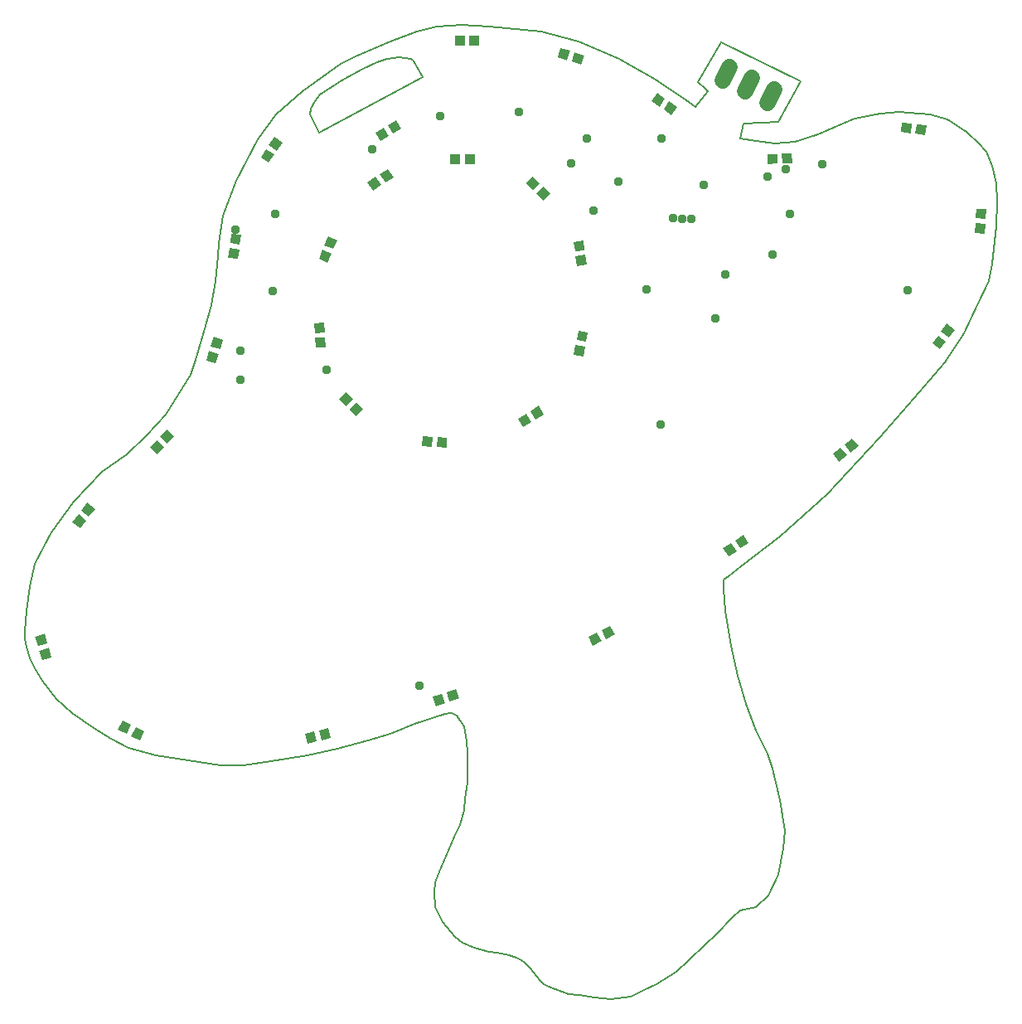
<source format=gts>
G75*
%MOIN*%
%OFA0B0*%
%FSLAX25Y25*%
%IPPOS*%
%LPD*%
%AMOC8*
5,1,8,0,0,1.08239X$1,22.5*
%
%ADD10C,0.00600*%
%ADD11R,0.03950X0.03950*%
%ADD12R,0.03950X0.03950*%
%ADD13C,0.06800*%
%ADD14C,0.03778*%
D10*
X0083800Y0142400D02*
X0109800Y0138400D01*
X0119300Y0138400D01*
X0130300Y0139900D01*
X0144800Y0142400D01*
X0156800Y0144900D01*
X0169300Y0148400D01*
X0178300Y0150900D01*
X0187800Y0154900D01*
X0200300Y0158900D01*
X0202300Y0159400D01*
X0202800Y0159400D01*
X0204800Y0158400D01*
X0206300Y0156400D01*
X0207800Y0153900D01*
X0208800Y0147900D01*
X0209300Y0143400D01*
X0209300Y0131400D01*
X0208300Y0124900D01*
X0207800Y0120400D01*
X0206300Y0114400D01*
X0204300Y0110400D01*
X0198300Y0096400D01*
X0196300Y0091400D01*
X0195800Y0087400D01*
X0196300Y0081400D01*
X0199300Y0075400D01*
X0204300Y0069400D01*
X0207300Y0066900D01*
X0211800Y0064900D01*
X0217800Y0063400D01*
X0221300Y0062900D01*
X0225800Y0061900D01*
X0228800Y0060900D01*
X0230800Y0059900D01*
X0232300Y0058900D01*
X0234300Y0056900D01*
X0235800Y0054900D01*
X0238300Y0051900D01*
X0239800Y0050400D01*
X0241800Y0049400D01*
X0249800Y0046400D01*
X0254300Y0045900D01*
X0260300Y0044900D01*
X0266800Y0044400D01*
X0274800Y0045400D01*
X0280300Y0047900D01*
X0285300Y0050400D01*
X0287800Y0051900D01*
X0293300Y0055400D01*
X0298300Y0059900D01*
X0304800Y0066400D01*
X0309300Y0070400D01*
X0315800Y0077400D01*
X0318800Y0079900D01*
X0325300Y0081400D01*
X0330300Y0085900D01*
X0334300Y0094400D01*
X0336300Y0104900D01*
X0336800Y0111900D01*
X0334800Y0124400D01*
X0333300Y0131400D01*
X0331800Y0136900D01*
X0329800Y0142900D01*
X0325300Y0152400D01*
X0321300Y0162900D01*
X0317800Y0174400D01*
X0315300Y0186400D01*
X0312800Y0200400D01*
X0312300Y0209400D01*
X0312300Y0212900D01*
X0314300Y0214400D01*
X0319300Y0218400D01*
X0334800Y0230400D01*
X0353800Y0247400D01*
X0374800Y0269900D01*
X0390800Y0288400D01*
X0401300Y0300400D01*
X0408800Y0311900D01*
X0414300Y0323400D01*
X0418800Y0332900D01*
X0420300Y0339900D01*
X0421800Y0354900D01*
X0422300Y0364900D01*
X0421800Y0372400D01*
X0420300Y0379400D01*
X0417800Y0384900D01*
X0414800Y0388400D01*
X0409800Y0392900D01*
X0402300Y0397900D01*
X0395300Y0399900D01*
X0382800Y0400900D01*
X0375300Y0400400D01*
X0364800Y0398400D01*
X0360300Y0396400D01*
X0350300Y0391900D01*
X0340800Y0388900D01*
X0332800Y0388400D01*
X0325300Y0389400D01*
X0318800Y0390400D01*
X0320300Y0396400D01*
X0334300Y0396900D01*
X0343300Y0413400D01*
X0311300Y0428900D01*
X0301800Y0412900D01*
X0304800Y0410400D01*
X0305800Y0409400D01*
X0300800Y0402900D01*
X0298300Y0404900D01*
X0284800Y0413900D01*
X0270300Y0422400D01*
X0253800Y0429400D01*
X0238800Y0433400D01*
X0217800Y0435400D01*
X0206800Y0435900D01*
X0196800Y0435400D01*
X0188800Y0433400D01*
X0178300Y0429400D01*
X0164300Y0423400D01*
X0158300Y0420400D01*
X0142800Y0409400D01*
X0132300Y0399900D01*
X0124800Y0389900D01*
X0116300Y0373400D01*
X0110800Y0359400D01*
X0109300Y0348400D01*
X0108800Y0342900D01*
X0107800Y0332900D01*
X0106300Y0323400D01*
X0103800Y0314900D01*
X0099800Y0301400D01*
X0097800Y0295400D01*
X0087800Y0279400D01*
X0080300Y0270900D01*
X0072300Y0263400D01*
X0062300Y0256400D01*
X0050800Y0244400D01*
X0041800Y0231900D01*
X0035300Y0219400D01*
X0033300Y0210400D01*
X0031800Y0200400D01*
X0031300Y0192400D01*
X0031300Y0188900D01*
X0031800Y0185900D01*
X0033300Y0181400D01*
X0035300Y0177400D01*
X0038300Y0172400D01*
X0043800Y0164900D01*
X0050300Y0159400D01*
X0058800Y0153400D01*
X0065800Y0148900D01*
X0072800Y0145400D01*
X0083800Y0142400D01*
X0149700Y0392600D02*
X0145800Y0399900D01*
X0146300Y0402400D01*
X0147800Y0405400D01*
X0149800Y0407900D01*
X0159300Y0413900D01*
X0167300Y0418400D01*
X0172800Y0420900D01*
X0176800Y0422400D01*
X0181800Y0422900D01*
X0186300Y0422400D01*
X0187300Y0421900D01*
X0191200Y0415100D01*
X0149700Y0392600D01*
D11*
X0204140Y0381804D03*
X0210046Y0381804D03*
X0211999Y0429524D03*
X0206094Y0429524D03*
D12*
G36*
X0179298Y0392277D02*
X0177276Y0395669D01*
X0180668Y0397691D01*
X0182690Y0394299D01*
X0179298Y0392277D01*
G37*
G36*
X0174225Y0389253D02*
X0172203Y0392645D01*
X0175595Y0394667D01*
X0177617Y0391275D01*
X0174225Y0389253D01*
G37*
G36*
X0176108Y0372587D02*
X0173945Y0375892D01*
X0177250Y0378055D01*
X0179413Y0374750D01*
X0176108Y0372587D01*
G37*
G36*
X0171166Y0369353D02*
X0169003Y0372658D01*
X0172308Y0374821D01*
X0174471Y0371516D01*
X0171166Y0369353D01*
G37*
G36*
X0155337Y0345815D02*
X0151700Y0347352D01*
X0153237Y0350989D01*
X0156874Y0349452D01*
X0155337Y0345815D01*
G37*
G36*
X0153039Y0340375D02*
X0149402Y0341912D01*
X0150939Y0345549D01*
X0154576Y0344012D01*
X0153039Y0340375D01*
G37*
G36*
X0151831Y0312305D02*
X0147888Y0312084D01*
X0147667Y0316027D01*
X0151610Y0316248D01*
X0151831Y0312305D01*
G37*
G36*
X0152161Y0306409D02*
X0148218Y0306188D01*
X0147997Y0310131D01*
X0151940Y0310352D01*
X0152161Y0306409D01*
G37*
G36*
X0157557Y0285524D02*
X0160315Y0288350D01*
X0163141Y0285592D01*
X0160383Y0282766D01*
X0157557Y0285524D01*
G37*
G36*
X0161783Y0281400D02*
X0164541Y0284226D01*
X0167367Y0281468D01*
X0164609Y0278642D01*
X0161783Y0281400D01*
G37*
G36*
X0190944Y0266608D02*
X0191171Y0270551D01*
X0195114Y0270324D01*
X0194887Y0266381D01*
X0190944Y0266608D01*
G37*
G36*
X0196840Y0266268D02*
X0197067Y0270211D01*
X0201010Y0269984D01*
X0200783Y0266041D01*
X0196840Y0266268D01*
G37*
G36*
X0231555Y0274369D02*
X0229538Y0277764D01*
X0232933Y0279781D01*
X0234950Y0276386D01*
X0231555Y0274369D01*
G37*
G36*
X0236633Y0277384D02*
X0234616Y0280779D01*
X0238011Y0282796D01*
X0240028Y0279401D01*
X0236633Y0277384D01*
G37*
G36*
X0255827Y0302709D02*
X0251947Y0303443D01*
X0252681Y0307323D01*
X0256561Y0306589D01*
X0255827Y0302709D01*
G37*
G36*
X0256924Y0308512D02*
X0253044Y0309246D01*
X0253778Y0313126D01*
X0257658Y0312392D01*
X0256924Y0308512D01*
G37*
G36*
X0252701Y0342939D02*
X0256613Y0343475D01*
X0257149Y0339563D01*
X0253237Y0339027D01*
X0252701Y0342939D01*
G37*
G36*
X0251900Y0348790D02*
X0255812Y0349326D01*
X0256348Y0345414D01*
X0252436Y0344878D01*
X0251900Y0348790D01*
G37*
G36*
X0236833Y0368133D02*
X0239612Y0370940D01*
X0242419Y0368161D01*
X0239640Y0365354D01*
X0236833Y0368133D01*
G37*
G36*
X0232636Y0372287D02*
X0235415Y0375094D01*
X0238222Y0372315D01*
X0235443Y0369508D01*
X0232636Y0372287D01*
G37*
G36*
X0250425Y0425526D02*
X0249257Y0421754D01*
X0245485Y0422922D01*
X0246653Y0426694D01*
X0250425Y0425526D01*
G37*
G36*
X0256066Y0423780D02*
X0254898Y0420008D01*
X0251126Y0421176D01*
X0252294Y0424948D01*
X0256066Y0423780D01*
G37*
G36*
X0288693Y0406366D02*
X0286455Y0403112D01*
X0283201Y0405350D01*
X0285439Y0408604D01*
X0288693Y0406366D01*
G37*
G36*
X0293560Y0403021D02*
X0291322Y0399767D01*
X0288068Y0402005D01*
X0290306Y0405259D01*
X0293560Y0403021D01*
G37*
G36*
X0333728Y0384087D02*
X0333921Y0380142D01*
X0329976Y0379949D01*
X0329783Y0383894D01*
X0333728Y0384087D01*
G37*
G36*
X0339626Y0384375D02*
X0339819Y0380430D01*
X0335874Y0380237D01*
X0335681Y0384182D01*
X0339626Y0384375D01*
G37*
G36*
X0387848Y0396303D02*
X0387388Y0392381D01*
X0383466Y0392841D01*
X0383926Y0396763D01*
X0387848Y0396303D01*
G37*
G36*
X0393713Y0395614D02*
X0393253Y0391692D01*
X0389331Y0392152D01*
X0389791Y0396074D01*
X0393713Y0395614D01*
G37*
G36*
X0417524Y0357921D02*
X0413584Y0358183D01*
X0413846Y0362123D01*
X0417786Y0361861D01*
X0417524Y0357921D01*
G37*
G36*
X0417133Y0352028D02*
X0413193Y0352290D01*
X0413455Y0356230D01*
X0417395Y0355968D01*
X0417133Y0352028D01*
G37*
G36*
X0402796Y0310277D02*
X0399625Y0312632D01*
X0401980Y0315803D01*
X0405151Y0313448D01*
X0402796Y0310277D01*
G37*
G36*
X0399275Y0305536D02*
X0396104Y0307891D01*
X0398459Y0311062D01*
X0401630Y0308707D01*
X0399275Y0305536D01*
G37*
G36*
X0363319Y0264094D02*
X0360860Y0267185D01*
X0363951Y0269644D01*
X0366410Y0266553D01*
X0363319Y0264094D01*
G37*
G36*
X0358698Y0260418D02*
X0356239Y0263509D01*
X0359330Y0265968D01*
X0361789Y0262877D01*
X0358698Y0260418D01*
G37*
G36*
X0319017Y0225465D02*
X0316842Y0228762D01*
X0320139Y0230937D01*
X0322314Y0227640D01*
X0319017Y0225465D01*
G37*
G36*
X0314086Y0222214D02*
X0311911Y0225511D01*
X0315208Y0227686D01*
X0317383Y0224389D01*
X0314086Y0222214D01*
G37*
G36*
X0264872Y0189100D02*
X0263103Y0192631D01*
X0266634Y0194400D01*
X0268403Y0190869D01*
X0264872Y0189100D01*
G37*
G36*
X0259591Y0186455D02*
X0257822Y0189986D01*
X0261353Y0191755D01*
X0263122Y0188224D01*
X0259591Y0186455D01*
G37*
G36*
X0204493Y0168992D02*
X0205773Y0165256D01*
X0202037Y0163976D01*
X0200757Y0167712D01*
X0204493Y0168992D01*
G37*
G36*
X0198906Y0167079D02*
X0200186Y0163343D01*
X0196450Y0162063D01*
X0195170Y0165799D01*
X0198906Y0167079D01*
G37*
G36*
X0153315Y0153255D02*
X0154291Y0149429D01*
X0150465Y0148453D01*
X0149489Y0152279D01*
X0153315Y0153255D01*
G37*
G36*
X0147592Y0151796D02*
X0148568Y0147970D01*
X0144742Y0146994D01*
X0143766Y0150820D01*
X0147592Y0151796D01*
G37*
G36*
X0074004Y0150069D02*
X0075723Y0153624D01*
X0079278Y0151905D01*
X0077559Y0148350D01*
X0074004Y0150069D01*
G37*
G36*
X0068687Y0152640D02*
X0070406Y0156195D01*
X0073961Y0154476D01*
X0072242Y0150921D01*
X0068687Y0152640D01*
G37*
G36*
X0036999Y0184417D02*
X0040788Y0185532D01*
X0041903Y0181743D01*
X0038114Y0180628D01*
X0036999Y0184417D01*
G37*
G36*
X0035332Y0190082D02*
X0039121Y0191197D01*
X0040236Y0187408D01*
X0036447Y0186293D01*
X0035332Y0190082D01*
G37*
G36*
X0053396Y0233637D02*
X0050289Y0236074D01*
X0052726Y0239181D01*
X0055833Y0236744D01*
X0053396Y0233637D01*
G37*
G36*
X0057040Y0238284D02*
X0053933Y0240721D01*
X0056370Y0243828D01*
X0059477Y0241391D01*
X0057040Y0238284D01*
G37*
G36*
X0084217Y0269017D02*
X0087062Y0266278D01*
X0084323Y0263433D01*
X0081478Y0266172D01*
X0084217Y0269017D01*
G37*
G36*
X0088312Y0273272D02*
X0091157Y0270533D01*
X0088418Y0267688D01*
X0085573Y0270427D01*
X0088312Y0273272D01*
G37*
G36*
X0105365Y0304835D02*
X0109137Y0303667D01*
X0107969Y0299895D01*
X0104197Y0301063D01*
X0105365Y0304835D01*
G37*
G36*
X0107111Y0310477D02*
X0110883Y0309309D01*
X0109715Y0305537D01*
X0105943Y0306705D01*
X0107111Y0310477D01*
G37*
G36*
X0116851Y0341797D02*
X0112940Y0342340D01*
X0113483Y0346251D01*
X0117394Y0345708D01*
X0116851Y0341797D01*
G37*
G36*
X0117662Y0347647D02*
X0113751Y0348190D01*
X0114294Y0352101D01*
X0118205Y0351558D01*
X0117662Y0347647D01*
G37*
G36*
X0128257Y0386031D02*
X0131530Y0383822D01*
X0129321Y0380549D01*
X0126048Y0382758D01*
X0128257Y0386031D01*
G37*
G36*
X0131559Y0390927D02*
X0134832Y0388718D01*
X0132623Y0385445D01*
X0129350Y0387654D01*
X0131559Y0390927D01*
G37*
D13*
X0312012Y0413677D02*
X0314689Y0419047D01*
X0323639Y0414585D02*
X0320961Y0409215D01*
X0329911Y0404753D02*
X0332588Y0410123D01*
D14*
X0331852Y0382018D03*
X0329800Y0374900D03*
X0337337Y0378091D03*
X0337750Y0382306D03*
X0351800Y0379900D03*
X0338800Y0359900D03*
X0331989Y0343700D03*
X0312800Y0335767D03*
X0308801Y0317901D03*
X0281300Y0329554D03*
X0254925Y0341251D03*
X0259788Y0361412D03*
X0269800Y0372900D03*
X0250800Y0380400D03*
X0257300Y0390400D03*
X0235429Y0372301D03*
X0239626Y0368147D03*
X0210046Y0381804D03*
X0198300Y0399400D03*
X0179983Y0394984D03*
X0174910Y0391960D03*
X0170800Y0385900D03*
X0176679Y0375321D03*
X0171737Y0372087D03*
X0151989Y0342962D03*
X0130800Y0328900D03*
X0115167Y0344024D03*
X0115978Y0349874D03*
X0115877Y0353788D03*
X0131800Y0359900D03*
X0132091Y0388186D03*
X0149749Y0314166D03*
X0152438Y0297272D03*
X0160349Y0285558D03*
X0193029Y0268466D03*
X0198925Y0268130D03*
X0265753Y0191750D03*
X0260472Y0189105D03*
X0203265Y0166484D03*
X0197678Y0164571D03*
X0189879Y0170400D03*
X0151890Y0150854D03*
X0146167Y0149395D03*
X0076641Y0150987D03*
X0039451Y0183080D03*
X0056705Y0241056D03*
X0088365Y0270480D03*
X0117800Y0293400D03*
X0117800Y0304854D03*
X0230000Y0401100D03*
X0247955Y0424224D03*
X0253596Y0422478D03*
X0285947Y0405858D03*
X0290814Y0402513D03*
X0287145Y0390151D03*
X0304264Y0371751D03*
X0299356Y0357900D03*
X0295578Y0357900D03*
X0291800Y0358400D03*
X0286800Y0275400D03*
X0319578Y0228201D03*
X0314647Y0224950D03*
X0359014Y0263193D03*
X0363635Y0266869D03*
X0398867Y0308299D03*
X0402388Y0313040D03*
X0386300Y0329400D03*
X0415294Y0354129D03*
X0415685Y0360022D03*
X0391522Y0393883D03*
X0385657Y0394572D03*
X0211999Y0429524D03*
X0206094Y0429524D03*
M02*

</source>
